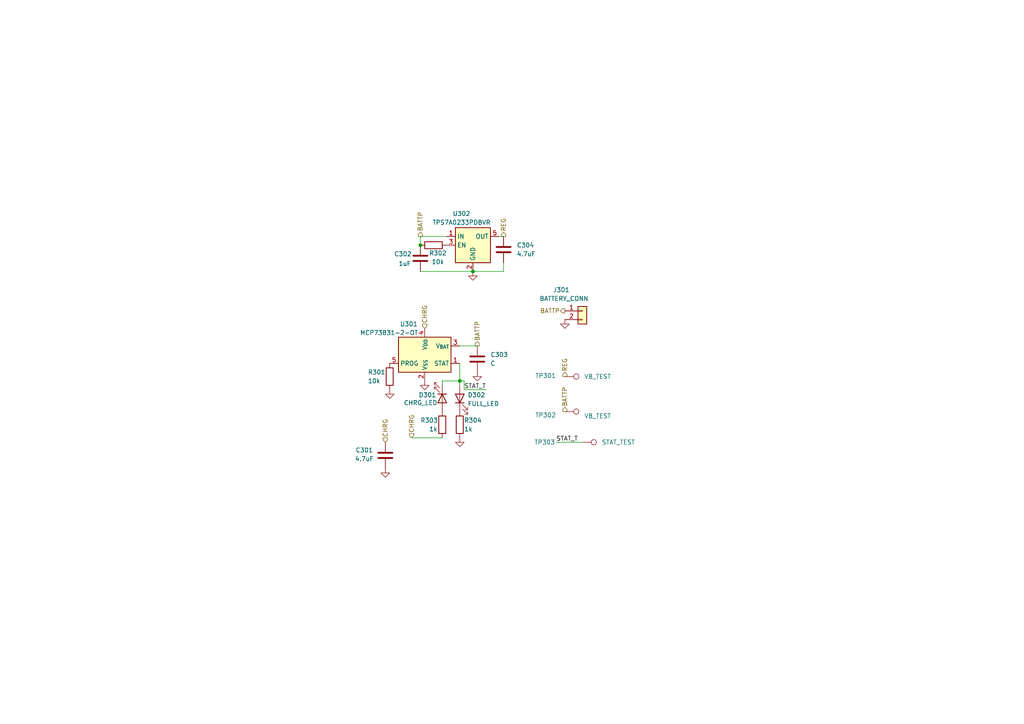
<source format=kicad_sch>
(kicad_sch (version 20231120) (generator "eeschema") (generator_version "8.0")
  (paper "A4")
  (title_block (title "Battery Management Module") (date "2024-09-03") (rev "1") (company "Author: Lucas Merritt"))
  (lib_symbols
    (symbol "Battery_Management:MCP73831-2-OT"
      (property "Reference" "U" (at -7.62 6.35 0))
      (property "Value" "MCP73831-2-OT" (at 1.27 6.35 0))
      (symbol "MCP73831-2-OT_0_1"
        (rectangle (start -7.62 5.08) (end 7.62 -5.08) (stroke (width 0.254)) (fill (type background)))
      )
      (symbol "MCP73831-2-OT_1_1"
        (pin tri_state line (at 10.16 -2.54 180) (length 2.54) (name "STAT") (number "1"))
        (pin power_in line (at 0 -7.62 90) (length 2.54) (name "V_{SS}") (number "2"))
        (pin power_out line (at 10.16 2.54 180) (length 2.54) (name "V_{BAT}") (number "3"))
        (pin power_in line (at 0 7.62 270) (length 2.54) (name "V_{DD}") (number "4"))
        (pin input line (at -10.16 -2.54 0) (length 2.54) (name "PROG") (number "5"))
      )
    )
    (symbol "Connector:TestPoint" (pin_numbers hide) (pin_names (offset 0.762) hide)
      (property "Reference" "TP" (at 0 6.858 0))
      (property "Value" "TestPoint" (at 0 5.08 0))
      (symbol "TestPoint_0_1"
        (circle (center 0 3.302) (radius 0.762))
      )
      (symbol "TestPoint_1_1"
        (pin passive line (at 0 0 90) (length 2.54) (name "1") (number "1"))
      )
    )
    (symbol "Connector_Generic:Conn_01x02" (pin_names (offset 1.016) hide)
      (property "Reference" "J" (at 0 2.54 0))
      (property "Value" "Conn_01x02" (at 0 -5.08 0))
      (symbol "Conn_01x02_1_1"
        (rectangle (start -1.27 -2.413) (end 0 -2.667) (stroke (width 0.1524)))
        (rectangle (start -1.27 0.127) (end 0 -0.127) (stroke (width 0.1524)))
        (rectangle (start -1.27 1.27) (end 1.27 -3.81) (stroke (width 0.254)) (fill (type background)))
        (pin passive line (at -5.08 0 0) (length 3.81) (name "Pin_1") (number "1"))
        (pin passive line (at -5.08 -2.54 0) (length 3.81) (name "Pin_2") (number "2"))
      )
    )
    (symbol "Device:C" (pin_numbers hide) (pin_names (offset 0.254))
      (property "Reference" "C" (at 0.635 2.54 0))
      (property "Value" "C" (at 0.635 -2.54 0))
      (symbol "C_0_1"
        (polyline (pts (xy -2.032 -0.762) (xy 2.032 -0.762)) (stroke (width 0.508)))
        (polyline (pts (xy -2.032 0.762) (xy 2.032 0.762)) (stroke (width 0.508)))
      )
      (symbol "C_1_1"
        (pin passive line (at 0 3.81 270) (length 2.794) (name "~") (number "1"))
        (pin passive line (at 0 -3.81 90) (length 2.794) (name "~") (number "2"))
      )
    )
    (symbol "Device:LED" (pin_numbers hide) (pin_names (offset 1.016) hide)
      (property "Reference" "D" (at 0 2.54 0))
      (property "Value" "LED" (at 0 -2.54 0))
      (symbol "LED_0_1"
        (polyline (pts (xy -1.27 -1.27) (xy -1.27 1.27)) (stroke (width 0.254)))
        (polyline (pts (xy -1.27 0) (xy 1.27 0)))
        (polyline (pts (xy 1.27 -1.27) (xy 1.27 1.27) (xy -1.27 0) (xy 1.27 -1.27)) (stroke (width 0.254)))
        (polyline (pts (xy -3.048 -0.762) (xy -4.572 -2.286) (xy -3.81 -2.286) (xy -4.572 -2.286) (xy -4.572 -1.524)))
        (polyline (pts (xy -1.778 -0.762) (xy -3.302 -2.286) (xy -2.54 -2.286) (xy -3.302 -2.286) (xy -3.302 -1.524)))
      )
      (symbol "LED_1_1"
        (pin passive line (at -3.81 0 0) (length 2.54) (name "K") (number "1"))
        (pin passive line (at 3.81 0 180) (length 2.54) (name "A") (number "2"))
      )
    )
    (symbol "Device:R" (pin_numbers hide) (pin_names (offset 0))
      (property "Reference" "R" (at 2.032 0 90))
      (property "Value" "R" (at 0 0 90))
      (symbol "R_0_1"
        (rectangle (start -1.016 -2.54) (end 1.016 2.54) (stroke (width 0.254)))
      )
      (symbol "R_1_1"
        (pin passive line (at 0 3.81 270) (length 1.27) (name "~") (number "1"))
        (pin passive line (at 0 -3.81 90) (length 1.27) (name "~") (number "2"))
      )
    )
    (symbol "Regulator_Linear:TPS7A0508PDBV"
      (property "Reference" "U" (at -3.81 6.35 0))
      (property "Value" "TPS7A0508PDBV" (at 6.35 6.35 0))
      (symbol "TPS7A0508PDBV_0_1"
        (rectangle (start -5.08 -5.08) (end 5.08 5.08) (stroke (width 0.254)) (fill (type background)))
        (pin power_in line (at -7.62 2.54 0) (length 2.54) (name "IN") (number "1"))
        (pin power_in line (at 0 -7.62 90) (length 2.54) (name "GND") (number "2"))
        (pin input line (at -7.62 0 0) (length 2.54) (name "EN") (number "3"))
        (pin no_connect line (at 5.08 0 180) (length 2.54) hide (name "NC") (number "4"))
        (pin power_out line (at 7.62 2.54 180) (length 2.54) (name "OUT") (number "5"))
      )
    )
    (symbol "power:GND" (power) (pin_numbers hide) (pin_names (offset 0) hide)
      (property "Value" "GND" (at 0 -3.81 0))
      (symbol "GND_0_1"
        (polyline (pts (xy 0 0) (xy 0 -1.27) (xy 1.27 -1.27) (xy 0 -2.54) (xy -1.27 -1.27) (xy 0 -1.27)))
      )
      (symbol "GND_1_1"
        (pin power_in line (at 0 0 270) (length 0) (name "~") (number "1"))
      )
    )
  )
  (junction (at 121.92 71.12))
  (junction (at 133.35 110.49))
  (junction (at 137.16 78.74))
  (wire (pts (xy 134.62 113.03) (xy 140.97 113.03)))
  (wire (pts (xy 161.29 128.27) (xy 168.91 128.27)))
  (wire (pts (xy 146.05 76.2) (xy 146.05 78.74)))
  (wire (pts (xy 133.35 105.41) (xy 133.35 110.49)))
  (wire (pts (xy 119.38 127) (xy 128.27 127)))
  (wire (pts (xy 133.35 100.33) (xy 138.43 100.33)))
  (wire (pts (xy 128.27 110.49) (xy 133.35 110.49)))
  (wire (pts (xy 121.92 78.74) (xy 137.16 78.74)))
  (wire (pts (xy 121.92 68.58) (xy 121.92 71.12)))
  (wire (pts (xy 146.05 68.58) (xy 144.78 68.58)))
  (wire (pts (xy 128.27 111.76) (xy 128.27 110.49)))
  (wire (pts (xy 133.35 111.76) (xy 133.35 110.49)))
  (wire (pts (xy 133.35 110.49) (xy 134.62 110.49)))
  (wire (pts (xy 134.62 110.49) (xy 134.62 113.03)))
  (wire (pts (xy 146.05 78.74) (xy 137.16 78.74)))
  (wire (pts (xy 121.92 68.58) (xy 129.54 68.58)))
  (label "STAT_T" (at 140.97 113.03 180))
  (label "STAT_T" (at 161.29 128.27 0))
  (hierarchical_label "REG" (shape output) (at 163.83 109.22 90))
  (hierarchical_label "REG" (shape output) (at 146.05 68.58 90))
  (hierarchical_label "CHRG" (shape input) (at 111.76 128.27 90))
  (hierarchical_label "BATTP" (shape output) (at 163.83 90.17 180))
  (hierarchical_label "CHRG" (shape input) (at 119.38 127 90))
  (hierarchical_label "CHRG" (shape input) (at 123.19 95.25 90))
  (hierarchical_label "BATTP" (shape output) (at 163.83 119.38 90))
  (hierarchical_label "BATTP" (shape output) (at 121.92 68.58 90))
  (hierarchical_label "BATTP" (shape output) (at 138.43 100.33 90))
  (symbol (lib_id "power:GND") (at 111.76 135.89 0) (unit 1)
    (property "Reference" "#PWR0301" (effects (hide yes)))
    (property "Value" "GND" (effects (hide yes)))
    (property "Description" "Power symbol creates a global label with name \"GND\" , ground" (effects (hide yes)))
  )
  (symbol (lib_id "Connector_Generic:Conn_01x02") (at 168.91 90.17 0) (unit 1)
    (property "Reference" "J301" (at 162.814 84.074 0))
    (property "Value" "BATTERY_CONN" (at 156.464 86.614 0) (effects (justify left)))
    (property "Description" "Generic connector, single row, 01x02, script generated (kicad-library-utils/schlib/autogen/connector/)" (effects (hide yes)))
  )
  (symbol (lib_id "power:GND") (at 138.43 107.95 0) (unit 1)
    (property "Reference" "#PWR0306" (effects (hide yes)))
    (property "Value" "GND" (effects (hide yes)))
    (property "Description" "Power symbol creates a global label with name \"GND\" , ground" (effects (hide yes)))
  )
  (symbol (lib_id "Connector:TestPoint") (at 163.83 119.38 270) (unit 1)
    (property "Reference" "TP302" (at 155.194 120.396 90) (effects (justify left)))
    (property "Value" "VB_TEST" (at 169.418 120.65 90) (effects (justify left)))
    (property "Description" "test point" (effects (hide yes)))
  )
  (symbol (lib_id "Connector:TestPoint") (at 168.91 128.27 270) (unit 1)
    (property "Reference" "TP303" (at 154.94 128.27 90) (effects (justify left)))
    (property "Value" "STAT_TEST" (at 174.498 128.27 90) (effects (justify left)))
    (property "Description" "test point" (effects (hide yes)))
  )
  (symbol (lib_id "Device:R") (at 113.03 109.22 0) (unit 1)
    (property "Reference" "R301" (at 106.68 107.95 0) (effects (justify left)))
    (property "Value" "10k" (at 106.68 110.49 0) (effects (justify left)))
    (property "Description" "Resistor" (effects (hide yes)))
  )
  (symbol (lib_id "Device:C") (at 138.43 104.14 0) (unit 1)
    (property "Reference" "C303" (at 142.24 102.8699 0) (effects (justify left)))
    (property "Value" "C" (at 142.24 105.4099 0) (effects (justify left)))
    (property "Description" "Unpolarized capacitor" (effects (hide yes)))
  )
  (symbol (lib_id "Connector:TestPoint") (at 163.83 109.22 270) (unit 1)
    (property "Reference" "TP301" (at 155.194 108.966 90) (effects (justify left)))
    (property "Value" "VB_TEST" (at 169.418 109.22 90) (effects (justify left)))
    (property "Description" "test point" (effects (hide yes)))
  )
  (symbol (lib_id "Device:R") (at 128.27 123.19 0) (unit 1)
    (property "Reference" "R303" (at 121.92 121.92 0) (effects (justify left)))
    (property "Value" "1k" (at 124.46 124.46 0) (effects (justify left)))
    (property "Description" "Resistor" (effects (hide yes)))
  )
  (symbol (lib_id "power:GND") (at 123.19 110.49 0) (unit 1)
    (property "Reference" "#PWR0303" (effects (hide yes)))
    (property "Value" "GND" (effects (hide yes)))
    (property "Description" "Power symbol creates a global label with name \"GND\" , ground" (effects (hide yes)))
  )
  (symbol (lib_id "Device:R") (at 125.73 71.12 90) (mirror x) (unit 1)
    (property "Reference" "R302" (at 127 73.406 90))
    (property "Value" "10k" (at 127 75.946 90))
    (property "Description" "Resistor" (effects (hide yes)))
  )
  (symbol (lib_id "power:GND") (at 137.16 78.74 0) (unit 1)
    (property "Reference" "#PWR0305" (effects (hide yes)))
    (property "Value" "GND" (effects (hide yes)))
    (property "Description" "Power symbol creates a global label with name \"GND\" , ground" (effects (hide yes)))
  )
  (symbol (lib_id "Device:R") (at 133.35 123.19 0) (unit 1)
    (property "Reference" "R304" (at 134.62 121.92 0) (effects (justify left)))
    (property "Value" "1k" (at 134.62 124.46 0) (effects (justify left)))
    (property "Description" "Resistor" (effects (hide yes)))
  )
  (symbol (lib_id "Device:C") (at 121.92 74.93 0) (unit 1)
    (property "Reference" "C302" (at 114.3 73.66 0) (effects (justify left)))
    (property "Value" "1uF" (at 115.57 76.454 0) (effects (justify left)))
    (property "Description" "Unpolarized capacitor" (effects (hide yes)))
  )
  (symbol (lib_id "power:GND") (at 163.83 92.71 0) (unit 1)
    (property "Reference" "#PWR0307" (effects (hide yes)))
    (property "Value" "GND" (effects (hide yes)))
    (property "Description" "Power symbol creates a global label with name \"GND\" , ground" (effects (hide yes)))
  )
  (symbol (lib_id "Device:C") (at 146.05 72.39 0) (unit 1)
    (property "Reference" "C304" (at 149.86 71.1199 0) (effects (justify left)))
    (property "Value" "4.7uF" (at 149.86 73.6599 0) (effects (justify left)))
    (property "Description" "Unpolarized capacitor" (effects (hide yes)))
  )
  (symbol (lib_id "power:GND") (at 133.35 127 0) (unit 1)
    (property "Reference" "#PWR0304" (effects (hide yes)))
    (property "Value" "GND" (effects (hide yes)))
    (property "Description" "Power symbol creates a global label with name \"GND\" , ground" (effects (hide yes)))
  )
  (symbol (lib_id "Regulator_Linear:TPS7A0508PDBV") (at 137.16 71.12 0) (unit 1)
    (property "Reference" "U302" (at 133.858 61.976 0))
    (property "Value" "TPS7A0233PDBVR" (at 133.858 64.516 0))
    (property "Footprint" "Package_TO_SOT_SMD:SOT-23-5" (effects (hide yes)))
    (property "Datasheet" "https://www.ti.com/lit/ds/symlink/tps7a05.pdf" (effects (hide yes)))
    (property "Description" "200-mA Ultra-Low-Iq LDO, 0.8V, SOT-23-5" (effects (hide yes)))
  )
  (symbol (lib_id "Device:LED") (at 133.35 115.57 90) (unit 1)
    (property "Reference" "D302" (at 135.636 114.554 90) (effects (justify right)))
    (property "Value" "FULL_LED" (at 135.636 117.094 90) (effects (justify right)))
    (property "Description" "Light emitting diode" (effects (hide yes)))
  )
  (symbol (lib_id "Battery_Management:MCP73831-2-OT") (at 123.19 102.87 0) (unit 1)
    (property "Reference" "U301" (at 121.158 93.98 0) (effects (justify right)))
    (property "Value" "MCP73831-2-OT" (at 104.394 96.52 0) (effects (justify left)))
    (property "Footprint" "Package_TO_SOT_SMD:SOT-23-5" (effects (hide yes)))
    (property "Datasheet" "http://ww1.microchip.com/downloads/en/DeviceDoc/20001984g.pdf" (effects (hide yes)))
    (property "Description" "Single cell, Li-Ion/Li-Po charge management controller, 4.20V, Tri-State Status Output, in SOT23-5 package" (effects (hide yes)))
  )
  (symbol (lib_id "power:GND") (at 113.03 113.03 0) (unit 1)
    (property "Reference" "#PWR0302" (effects (hide yes)))
    (property "Value" "GND" (effects (hide yes)))
    (property "Description" "Power symbol creates a global label with name \"GND\" , ground" (effects (hide yes)))
  )
  (symbol (lib_id "Device:C") (at 111.76 132.08 180) (unit 1)
    (property "Reference" "C301" (at 105.664 130.556 0))
    (property "Value" "4.7uF" (at 105.664 133.096 0))
    (property "Description" "Unpolarized capacitor" (effects (hide yes)))
  )
  (symbol (lib_id "Device:LED") (at 128.27 115.57 270) (unit 1)
    (property "Reference" "D301" (at 121.412 114.554 90) (effects (justify left)))
    (property "Value" "CHRG_LED" (at 117.094 116.84 90) (effects (justify left)))
    (property "Description" "Light emitting diode" (effects (hide yes)))
  )
)
</source>
